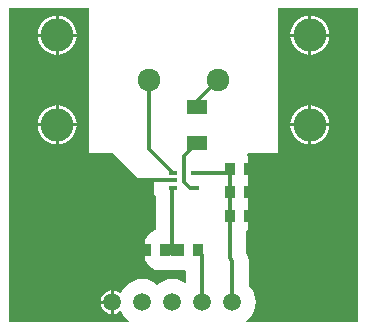
<source format=gtl>
G04 Layer_Physical_Order=1*
G04 Layer_Color=255*
%FSLAX43Y43*%
%MOMM*%
G71*
G01*
G75*
%ADD10R,1.800X1.150*%
%ADD11R,0.950X1.000*%
%ADD12R,0.750X0.400*%
%ADD13C,0.305*%
%ADD14R,0.425X0.150*%
%ADD15R,0.756X2.013*%
%ADD16R,1.083X6.500*%
%ADD17C,1.500*%
%ADD18C,2.800*%
%ADD19C,1.920*%
G36*
X7000Y14500D02*
X8960D01*
X9075Y14475D01*
X9075D01*
X9075Y14475D01*
X11175Y12375D01*
X12535D01*
X12540Y12337D01*
X12597Y12200D01*
X12540Y12063D01*
X12499Y11750D01*
Y11350D01*
X12540Y11037D01*
X12636Y10805D01*
Y7973D01*
X12612Y7969D01*
X12320Y7849D01*
X12069Y7656D01*
X11877Y7406D01*
X11756Y7114D01*
X11749Y7059D01*
X11325D01*
X11226Y7040D01*
X11142Y6983D01*
X11086Y6899D01*
X11066Y6800D01*
Y5800D01*
X11086Y5701D01*
X11142Y5617D01*
X11226Y5561D01*
X11325Y5541D01*
X11749D01*
X11756Y5487D01*
X11877Y5195D01*
X12069Y4944D01*
X12320Y4752D01*
X12612Y4631D01*
X12925Y4590D01*
X13875D01*
X13999Y4606D01*
X14125Y4590D01*
X15075D01*
X15140Y4598D01*
X15236Y4515D01*
Y3608D01*
X15109Y3550D01*
X14810Y3710D01*
X14442Y3822D01*
X14060Y3859D01*
X13678Y3822D01*
X13310Y3710D01*
X12971Y3529D01*
X12790Y3380D01*
X12609Y3529D01*
X12270Y3710D01*
X11902Y3822D01*
X11520Y3859D01*
X11138Y3822D01*
X10770Y3710D01*
X10431Y3529D01*
X10134Y3286D01*
X9891Y2989D01*
X9754Y2732D01*
X9597Y2693D01*
X9594Y2694D01*
X9486Y2777D01*
X9242Y2878D01*
X9107Y2896D01*
Y1900D01*
Y904D01*
X9242Y922D01*
X9486Y1023D01*
X9594Y1106D01*
X9597Y1107D01*
X9754Y1068D01*
X9891Y811D01*
X10134Y514D01*
X10363Y327D01*
X10317Y200D01*
X200D01*
Y26800D01*
X7000D01*
Y14500D01*
D02*
G37*
G36*
X29800Y200D02*
X20343D01*
X20297Y327D01*
X20526Y514D01*
X20769Y811D01*
X20950Y1150D01*
X21062Y1518D01*
X21099Y1900D01*
X21062Y2282D01*
X20950Y2650D01*
X20769Y2989D01*
X20526Y3286D01*
X20504Y3303D01*
Y5360D01*
X20458Y5713D01*
X20321Y6042D01*
X20264Y6117D01*
Y7888D01*
X20423Y8095D01*
X20544Y8387D01*
X20551Y8441D01*
X20975D01*
X21074Y8461D01*
X21158Y8517D01*
X21214Y8601D01*
X21234Y8700D01*
Y9700D01*
X21214Y9799D01*
X21158Y9883D01*
X21074Y9939D01*
X20975Y9959D01*
X20551D01*
X20544Y10013D01*
X20467Y10200D01*
X20544Y10387D01*
X20551Y10441D01*
X20975D01*
X21074Y10461D01*
X21158Y10517D01*
X21214Y10601D01*
X21234Y10700D01*
Y11700D01*
X21214Y11799D01*
X21158Y11883D01*
X21074Y11939D01*
X20975Y11959D01*
X20551D01*
X20544Y12013D01*
X20467Y12200D01*
X20544Y12387D01*
X20551Y12441D01*
X20975D01*
X21074Y12461D01*
X21158Y12517D01*
X21214Y12601D01*
X21234Y12700D01*
Y13700D01*
X21214Y13799D01*
X21158Y13883D01*
X21074Y13940D01*
X20975Y13959D01*
X20551D01*
X20544Y14014D01*
X20423Y14306D01*
X20361Y14386D01*
X20417Y14500D01*
X23000D01*
X23000Y26800D01*
X29800D01*
Y200D01*
D02*
G37*
%LPC*%
G36*
X4173Y16773D02*
X2651D01*
X2670Y16576D01*
X2765Y16264D01*
X2918Y15977D01*
X3125Y15725D01*
X3377Y15518D01*
X3664Y15365D01*
X3976Y15270D01*
X4173Y15251D01*
Y16773D01*
D02*
G37*
G36*
X4427Y18549D02*
Y17027D01*
X5949D01*
X5930Y17224D01*
X5835Y17536D01*
X5682Y17823D01*
X5475Y18075D01*
X5223Y18282D01*
X4936Y18435D01*
X4624Y18530D01*
X4427Y18549D01*
D02*
G37*
G36*
X4173D02*
X3976Y18530D01*
X3664Y18435D01*
X3377Y18282D01*
X3125Y18075D01*
X2918Y17823D01*
X2765Y17536D01*
X2670Y17224D01*
X2651Y17027D01*
X4173D01*
Y18549D01*
D02*
G37*
G36*
X8853Y2896D02*
X8718Y2878D01*
X8474Y2777D01*
X8264Y2616D01*
X8103Y2406D01*
X8002Y2162D01*
X7984Y2027D01*
X8853D01*
Y2896D01*
D02*
G37*
G36*
Y1773D02*
X7984D01*
X8002Y1638D01*
X8103Y1394D01*
X8264Y1184D01*
X8474Y1023D01*
X8718Y922D01*
X8853Y904D01*
Y1773D01*
D02*
G37*
G36*
X5949Y16773D02*
X4427D01*
Y15251D01*
X4624Y15270D01*
X4936Y15365D01*
X5223Y15518D01*
X5475Y15725D01*
X5682Y15977D01*
X5835Y16264D01*
X5930Y16576D01*
X5949Y16773D01*
D02*
G37*
G36*
X4173Y26149D02*
X3976Y26130D01*
X3664Y26035D01*
X3377Y25882D01*
X3125Y25675D01*
X2918Y25423D01*
X2765Y25136D01*
X2670Y24824D01*
X2651Y24627D01*
X4173D01*
Y26149D01*
D02*
G37*
G36*
X4427D02*
Y24627D01*
X5949D01*
X5930Y24824D01*
X5835Y25136D01*
X5682Y25423D01*
X5475Y25675D01*
X5223Y25882D01*
X4936Y26035D01*
X4624Y26130D01*
X4427Y26149D01*
D02*
G37*
G36*
X5949Y24373D02*
X4427D01*
Y22851D01*
X4624Y22870D01*
X4936Y22965D01*
X5223Y23118D01*
X5475Y23325D01*
X5682Y23577D01*
X5835Y23864D01*
X5930Y24176D01*
X5949Y24373D01*
D02*
G37*
G36*
X4173D02*
X2651D01*
X2670Y24176D01*
X2765Y23864D01*
X2918Y23577D01*
X3125Y23325D01*
X3377Y23118D01*
X3664Y22965D01*
X3976Y22870D01*
X4173Y22851D01*
Y24373D01*
D02*
G37*
G36*
X27350Y16773D02*
X25827D01*
Y15251D01*
X26024Y15270D01*
X26336Y15365D01*
X26623Y15518D01*
X26875Y15725D01*
X27082Y15977D01*
X27235Y16264D01*
X27330Y16576D01*
X27350Y16773D01*
D02*
G37*
G36*
X25573D02*
X24051D01*
X24070Y16576D01*
X24165Y16264D01*
X24318Y15977D01*
X24525Y15725D01*
X24777Y15518D01*
X25064Y15365D01*
X25376Y15270D01*
X25573Y15251D01*
Y16773D01*
D02*
G37*
G36*
X25573Y24373D02*
X24051D01*
X24070Y24176D01*
X24165Y23864D01*
X24318Y23577D01*
X24525Y23325D01*
X24777Y23118D01*
X25064Y22965D01*
X25376Y22870D01*
X25573Y22851D01*
Y24373D01*
D02*
G37*
G36*
X25827Y26149D02*
Y24627D01*
X27349D01*
X27330Y24824D01*
X27235Y25136D01*
X27082Y25423D01*
X26875Y25675D01*
X26623Y25882D01*
X26336Y26035D01*
X26024Y26130D01*
X25827Y26149D01*
D02*
G37*
G36*
X25573Y26149D02*
X25376Y26130D01*
X25064Y26035D01*
X24777Y25882D01*
X24525Y25675D01*
X24318Y25423D01*
X24165Y25136D01*
X24070Y24824D01*
X24051Y24627D01*
X25573D01*
Y26149D01*
D02*
G37*
G36*
X25827Y18549D02*
Y17027D01*
X27349D01*
X27330Y17224D01*
X27235Y17536D01*
X27082Y17823D01*
X26875Y18075D01*
X26623Y18282D01*
X26336Y18435D01*
X26024Y18530D01*
X25827Y18549D01*
D02*
G37*
G36*
X25573D02*
X25376Y18530D01*
X25064Y18435D01*
X24777Y18282D01*
X24525Y18075D01*
X24318Y17823D01*
X24165Y17536D01*
X24070Y17224D01*
X24051Y17027D01*
X25573D01*
Y18549D01*
D02*
G37*
G36*
X27349Y24373D02*
X25827D01*
Y22851D01*
X26024Y22870D01*
X26336Y22965D01*
X26623Y23118D01*
X26875Y23325D01*
X27082Y23577D01*
X27235Y23864D01*
X27330Y24176D01*
X27349Y24373D01*
D02*
G37*
%LPD*%
D10*
X16100Y18400D02*
D03*
Y15400D02*
D03*
D11*
X13400Y6300D02*
D03*
X11800D02*
D03*
X16200Y6300D02*
D03*
X14600D02*
D03*
X20500Y13200D02*
D03*
X18900D02*
D03*
X20500Y11200D02*
D03*
X18900D02*
D03*
X20500Y9200D02*
D03*
X18900D02*
D03*
D12*
X14084Y12850D02*
D03*
Y12200D02*
D03*
Y11550D02*
D03*
X15984Y12850D02*
D03*
Y11550D02*
D03*
D13*
X14000Y6000D02*
Y11300D01*
X16100Y18900D02*
X17900Y20700D01*
X16100Y18400D02*
Y18900D01*
X15000Y14300D02*
X16100Y15400D01*
X15000Y12100D02*
Y14300D01*
Y12100D02*
X15550Y11550D01*
X15984D01*
X19140Y1900D02*
Y5360D01*
X18900Y5600D02*
X19140Y5360D01*
X18900Y5600D02*
Y9200D01*
X10800Y12200D02*
X14084D01*
X12100Y14834D02*
X14084Y12850D01*
X12100Y14834D02*
Y20700D01*
X18550Y12850D02*
X18900Y13200D01*
X15984Y12850D02*
X18550D01*
X18900Y13200D02*
X18900Y13200D01*
Y11200D02*
Y13200D01*
Y9200D02*
Y11200D01*
X16200Y6300D02*
X16600Y5900D01*
Y1900D02*
Y5900D01*
D14*
X14087Y5875D02*
D03*
D15*
X11378Y6494D02*
D03*
D16*
X20959Y11250D02*
D03*
D17*
X14060Y1900D02*
D03*
X11520D02*
D03*
X8980D02*
D03*
X16600D02*
D03*
X19140D02*
D03*
D18*
X4300Y24500D02*
D03*
Y16900D02*
D03*
X25700D02*
D03*
Y24500D02*
D03*
D19*
X12100Y20700D02*
D03*
X17900D02*
D03*
M02*

</source>
